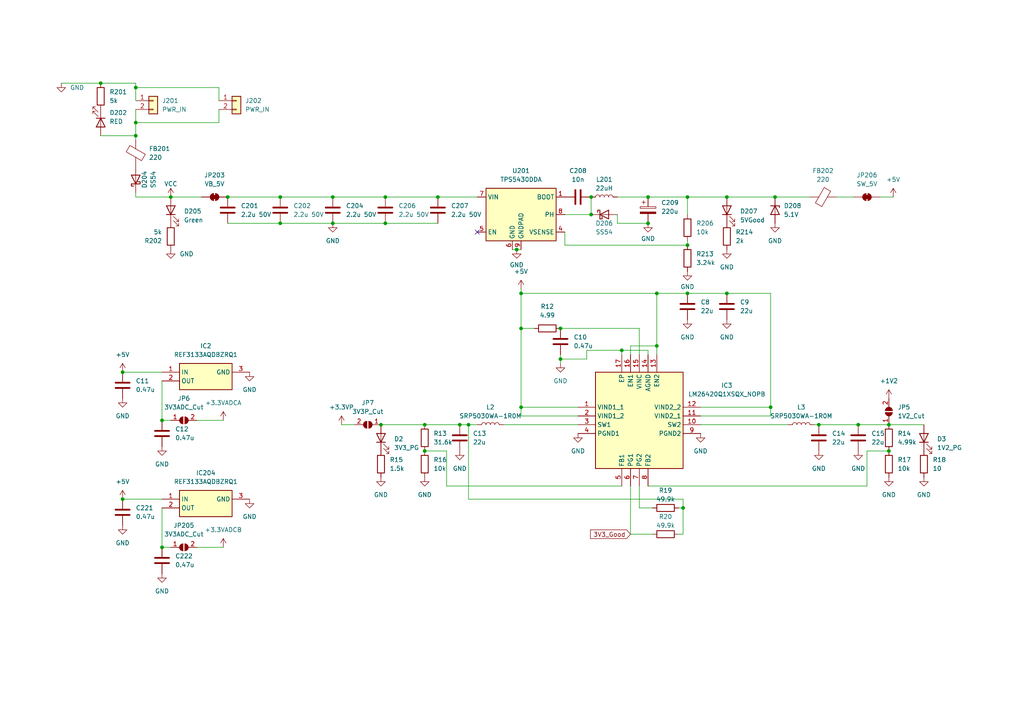
<source format=kicad_sch>
(kicad_sch (version 20231120) (generator "eeschema") (generator_version "8.0")
  (paper "A4")
  (lib_symbols
    (symbol "Connector_Generic:Conn_01x02" (pin_names (offset 1.016) hide)
      (property "Reference" "J" (at 0 2.54 0))
      (property "Value" "Conn_01x02" (at 0 -5.08 0))
      (symbol "Conn_01x02_1_1"
        (rectangle (start -1.27 -2.413) (end 0 -2.667) (stroke (width 0.1524)))
        (rectangle (start -1.27 0.127) (end 0 -0.127) (stroke (width 0.1524)))
        (rectangle (start -1.27 1.27) (end 1.27 -3.81) (stroke (width 0.254)) (fill (type background)))
        (pin passive line (at -5.08 0 0) (length 3.81) (name "Pin_1") (number "1"))
        (pin passive line (at -5.08 -2.54 0) (length 3.81) (name "Pin_2") (number "2"))
      )
    )
    (symbol "Device:C" (pin_numbers hide) (pin_names (offset 0.254))
      (property "Reference" "C" (at 0.635 2.54 0))
      (property "Value" "C" (at 0.635 -2.54 0))
      (symbol "C_0_1"
        (polyline (pts (xy -2.032 -0.762) (xy 2.032 -0.762)) (stroke (width 0.508)))
        (polyline (pts (xy -2.032 0.762) (xy 2.032 0.762)) (stroke (width 0.508)))
      )
      (symbol "C_1_1"
        (pin passive line (at 0 3.81 270) (length 2.794) (name "~") (number "1"))
        (pin passive line (at 0 -3.81 90) (length 2.794) (name "~") (number "2"))
      )
    )
    (symbol "Device:C_Polarized" (pin_numbers hide) (pin_names (offset 0.254))
      (property "Reference" "C" (at 0.635 2.54 0))
      (property "Value" "C_Polarized" (at 0.635 -2.54 0))
      (symbol "C_Polarized_0_1"
        (rectangle (start -2.286 0.508) (end 2.286 1.016))
        (polyline (pts (xy -1.778 2.286) (xy -0.762 2.286)))
        (polyline (pts (xy -1.27 2.794) (xy -1.27 1.778)))
        (rectangle (start 2.286 -0.508) (end -2.286 -1.016) (fill (type outline)))
      )
      (symbol "C_Polarized_1_1"
        (pin passive line (at 0 3.81 270) (length 2.794) (name "~") (number "1"))
        (pin passive line (at 0 -3.81 90) (length 2.794) (name "~") (number "2"))
      )
    )
    (symbol "Device:D_Schottky" (pin_numbers hide) (pin_names (offset 1.016) hide)
      (property "Reference" "D" (at 0 2.54 0))
      (property "Value" "D_Schottky" (at 0 -2.54 0))
      (symbol "D_Schottky_0_1"
        (polyline (pts (xy 1.27 0) (xy -1.27 0)))
        (polyline (pts (xy 1.27 1.27) (xy 1.27 -1.27) (xy -1.27 0) (xy 1.27 1.27)) (stroke (width 0.254)))
        (polyline (pts (xy -1.905 0.635) (xy -1.905 1.27) (xy -1.27 1.27) (xy -1.27 -1.27) (xy -0.635 -1.27) (xy -0.635 -0.635)) (stroke (width 0.254)))
      )
      (symbol "D_Schottky_1_1"
        (pin passive line (at -3.81 0 0) (length 2.54) (name "K") (number "1"))
        (pin passive line (at 3.81 0 180) (length 2.54) (name "A") (number "2"))
      )
    )
    (symbol "Device:D_Zener" (pin_numbers hide) (pin_names (offset 1.016) hide)
      (property "Reference" "D" (at 0 2.54 0))
      (property "Value" "D_Zener" (at 0 -2.54 0))
      (symbol "D_Zener_0_1"
        (polyline (pts (xy 1.27 0) (xy -1.27 0)))
        (polyline (pts (xy -1.27 -1.27) (xy -1.27 1.27) (xy -0.762 1.27)) (stroke (width 0.254)))
        (polyline (pts (xy 1.27 -1.27) (xy 1.27 1.27) (xy -1.27 0) (xy 1.27 -1.27)) (stroke (width 0.254)))
      )
      (symbol "D_Zener_1_1"
        (pin passive line (at -3.81 0 0) (length 2.54) (name "K") (number "1"))
        (pin passive line (at 3.81 0 180) (length 2.54) (name "A") (number "2"))
      )
    )
    (symbol "Device:FerriteBead" (pin_numbers hide) (pin_names (offset 0))
      (property "Reference" "FB" (at -3.81 0.635 90))
      (property "Value" "FerriteBead" (at 3.81 0 90))
      (symbol "FerriteBead_0_1"
        (polyline (pts (xy 0 -1.27) (xy 0 -1.2192)))
        (polyline (pts (xy 0 1.27) (xy 0 1.2954)))
        (polyline (pts (xy -2.7686 0.4064) (xy -1.7018 2.2606) (xy 2.7686 -0.3048) (xy 1.6764 -2.159) (xy -2.7686 0.4064)))
      )
      (symbol "FerriteBead_1_1"
        (pin passive line (at 0 3.81 270) (length 2.54) (name "~") (number "1"))
        (pin passive line (at 0 -3.81 90) (length 2.54) (name "~") (number "2"))
      )
    )
    (symbol "Device:L" (pin_numbers hide) (pin_names (offset 1.016) hide)
      (property "Reference" "L" (at -1.27 0 90))
      (property "Value" "L" (at 1.905 0 90))
      (symbol "L_0_1"
        (arc (start 0 -2.54) (mid 0.6323 -1.905) (end 0 -1.27))
        (arc (start 0 -1.27) (mid 0.6323 -0.635) (end 0 0))
        (arc (start 0 0) (mid 0.6323 0.635) (end 0 1.27))
        (arc (start 0 1.27) (mid 0.6323 1.905) (end 0 2.54))
      )
      (symbol "L_1_1"
        (pin passive line (at 0 3.81 270) (length 1.27) (name "1") (number "1"))
        (pin passive line (at 0 -3.81 90) (length 1.27) (name "2") (number "2"))
      )
    )
    (symbol "Device:LED" (pin_numbers hide) (pin_names (offset 1.016) hide)
      (property "Reference" "D" (at 0 2.54 0))
      (property "Value" "LED" (at 0 -2.54 0))
      (symbol "LED_0_1"
        (polyline (pts (xy -1.27 -1.27) (xy -1.27 1.27)) (stroke (width 0.254)))
        (polyline (pts (xy -1.27 0) (xy 1.27 0)))
        (polyline (pts (xy 1.27 -1.27) (xy 1.27 1.27) (xy -1.27 0) (xy 1.27 -1.27)) (stroke (width 0.254)))
        (polyline (pts (xy -3.048 -0.762) (xy -4.572 -2.286) (xy -3.81 -2.286) (xy -4.572 -2.286) (xy -4.572 -1.524)))
        (polyline (pts (xy -1.778 -0.762) (xy -3.302 -2.286) (xy -2.54 -2.286) (xy -3.302 -2.286) (xy -3.302 -1.524)))
      )
      (symbol "LED_1_1"
        (pin passive line (at -3.81 0 0) (length 2.54) (name "K") (number "1"))
        (pin passive line (at 3.81 0 180) (length 2.54) (name "A") (number "2"))
      )
    )
    (symbol "Device:R" (pin_numbers hide) (pin_names (offset 0))
      (property "Reference" "R" (at 2.032 0 90))
      (property "Value" "R" (at 0 0 90))
      (symbol "R_0_1"
        (rectangle (start -1.016 -2.54) (end 1.016 2.54) (stroke (width 0.254)))
      )
      (symbol "R_1_1"
        (pin passive line (at 0 3.81 270) (length 1.27) (name "~") (number "1"))
        (pin passive line (at 0 -3.81 90) (length 1.27) (name "~") (number "2"))
      )
    )
    (symbol "Jumper:SolderJumper_2_Bridged" (pin_numbers hide) (pin_names (offset 0) hide) (exclude_from_sim yes) (in_bom no)
      (property "Reference" "JP" (at 0 2.032 0))
      (property "Value" "SolderJumper_2_Bridged" (at 0 -2.54 0))
      (symbol "SolderJumper_2_Bridged_0_1"
        (rectangle (start -0.508 0.508) (end 0.508 -0.508) (fill (type outline)))
        (arc (start -0.254 1.016) (mid -1.2656 0) (end -0.254 -1.016))
        (arc (start -0.254 1.016) (mid -1.2656 0) (end -0.254 -1.016) (fill (type outline)))
        (polyline (pts (xy -0.254 1.016) (xy -0.254 -1.016)))
        (polyline (pts (xy 0.254 1.016) (xy 0.254 -1.016)))
        (arc (start 0.254 -1.016) (mid 1.2656 0) (end 0.254 1.016))
        (arc (start 0.254 -1.016) (mid 1.2656 0) (end 0.254 1.016) (fill (type outline)))
      )
      (symbol "SolderJumper_2_Bridged_1_1"
        (pin passive line (at -3.81 0 0) (length 2.54) (name "A") (number "1"))
        (pin passive line (at 3.81 0 180) (length 2.54) (name "B") (number "2"))
      )
    )
    (symbol "Jumper:SolderJumper_2_Open" (pin_names (offset 0) hide)
      (property "Reference" "JP" (at 0 2.032 0))
      (property "Value" "SolderJumper_2_Open" (at 0 -2.54 0))
      (symbol "SolderJumper_2_Open_0_1"
        (arc (start -0.254 1.016) (mid -1.2656 0) (end -0.254 -1.016))
        (arc (start -0.254 1.016) (mid -1.2656 0) (end -0.254 -1.016) (fill (type outline)))
        (polyline (pts (xy -0.254 1.016) (xy -0.254 -1.016)))
        (polyline (pts (xy 0.254 1.016) (xy 0.254 -1.016)))
        (arc (start 0.254 -1.016) (mid 1.2656 0) (end 0.254 1.016))
        (arc (start 0.254 -1.016) (mid 1.2656 0) (end 0.254 1.016) (fill (type outline)))
      )
      (symbol "SolderJumper_2_Open_1_1"
        (pin passive line (at -3.81 0 0) (length 2.54) (name "A") (number "1"))
        (pin passive line (at 3.81 0 180) (length 2.54) (name "B") (number "2"))
      )
    )
    (symbol "Regulator_Switching:TPS5430DDA"
      (property "Reference" "U" (at -10.16 8.89 0))
      (property "Value" "TPS5430DDA" (at -1.27 8.89 0))
      (symbol "TPS5430DDA_0_1"
        (rectangle (start -10.16 7.62) (end 10.16 -7.62) (stroke (width 0.254)) (fill (type background)))
      )
      (symbol "TPS5430DDA_1_1"
        (pin input line (at 12.7 5.08 180) (length 2.54) (name "BOOT") (number "1"))
        (pin no_connect line (at -10.16 2.54 0) (length 2.54) hide (name "NC") (number "2"))
        (pin no_connect line (at -10.16 -2.54 0) (length 2.54) hide (name "NC") (number "3"))
        (pin input line (at 12.7 -5.08 180) (length 2.54) (name "VSENSE") (number "4"))
        (pin input line (at -12.7 -5.08 0) (length 2.54) (name "EN") (number "5"))
        (pin power_in line (at -2.54 -10.16 90) (length 2.54) (name "GND") (number "6"))
        (pin power_in line (at -12.7 5.08 0) (length 2.54) (name "VIN") (number "7"))
        (pin output line (at 12.7 0 180) (length 2.54) (name "PH") (number "8"))
        (pin power_in line (at 0 -10.16 90) (length 2.54) (name "GNDPAD") (number "9"))
      )
    )
    (symbol "Samacsys_kicad_sym:LM26420Q1XSQX_NOPB"
      (property "Reference" "IC" (at 31.75 15.24 0))
      (property "Value" "LM26420Q1XSQX_NOPB" (at 31.75 12.7 0))
      (symbol "LM26420Q1XSQX_NOPB_1_1"
        (rectangle (start 5.08 10.16) (end 30.48 -17.78) (stroke (width 0.254)) (fill (type background)))
        (pin passive line (at 0 0 0) (length 5.08) (name "VIND1_1") (number "1"))
        (pin passive line (at 35.56 -5.08 180) (length 5.08) (name "SW2") (number "10"))
        (pin passive line (at 35.56 -2.54 180) (length 5.08) (name "VIND2_1") (number "11"))
        (pin passive line (at 35.56 0 180) (length 5.08) (name "VIND2_2") (number "12"))
        (pin passive line (at 22.86 15.24 270) (length 5.08) (name "EN2") (number "13"))
        (pin passive line (at 20.32 15.24 270) (length 5.08) (name "AGND") (number "14"))
        (pin passive line (at 17.78 15.24 270) (length 5.08) (name "VINC") (number "15"))
        (pin passive line (at 15.24 15.24 270) (length 5.08) (name "EN1") (number "16"))
        (pin passive line (at 12.7 15.24 270) (length 5.08) (name "EP") (number "17"))
        (pin passive line (at 0 -2.54 0) (length 5.08) (name "VIND1_2") (number "2"))
        (pin passive line (at 0 -5.08 0) (length 5.08) (name "SW1") (number "3"))
        (pin passive line (at 0 -7.62 0) (length 5.08) (name "PGND1") (number "4"))
        (pin passive line (at 12.7 -22.86 90) (length 5.08) (name "FB1") (number "5"))
        (pin passive line (at 15.24 -22.86 90) (length 5.08) (name "PG1") (number "6"))
        (pin passive line (at 17.78 -22.86 90) (length 5.08) (name "PG2") (number "7"))
        (pin passive line (at 20.32 -22.86 90) (length 5.08) (name "FB2") (number "8"))
        (pin passive line (at 35.56 -7.62 180) (length 5.08) (name "PGND2") (number "9"))
      )
    )
    (symbol "Samacsys_kicad_sym:REF3133AQDBZRQ1"
      (property "Reference" "IC" (at 21.59 7.62 0))
      (property "Value" "REF3133AQDBZRQ1" (at 21.59 5.08 0))
      (symbol "REF3133AQDBZRQ1_1_1"
        (rectangle (start 5.08 2.54) (end 20.32 -5.08) (stroke (width 0.254)) (fill (type background)))
        (pin passive line (at 0 0 0) (length 5.08) (name "IN") (number "1"))
        (pin passive line (at 0 -2.54 0) (length 5.08) (name "OUT") (number "2"))
        (pin passive line (at 25.4 0 180) (length 5.08) (name "GND") (number "3"))
      )
    )
    (symbol "power:+1V2" (power) (pin_names (offset 0))
      (property "Value" "+1V2" (at 0 3.556 0))
      (symbol "+1V2_0_1"
        (polyline (pts (xy -0.762 1.27) (xy 0 2.54)))
        (polyline (pts (xy 0 0) (xy 0 2.54)))
        (polyline (pts (xy 0 2.54) (xy 0.762 1.27)))
      )
      (symbol "+1V2_1_1"
        (pin power_in line (at 0 0 90) (length 0) hide (name "+1V2") (number "1"))
      )
    )
    (symbol "power:+3.3VADC" (power) (pin_names (offset 0))
      (property "Value" "+3.3VADC" (at 0 2.54 0))
      (symbol "+3.3VADC_0_0"
        (pin power_in line (at 0 0 90) (length 0) hide (name "+3.3VADC") (number "1"))
      )
      (symbol "+3.3VADC_0_1"
        (polyline (pts (xy -0.762 1.27) (xy 0 2.54)))
        (polyline (pts (xy 0 0) (xy 0 2.54)))
        (polyline (pts (xy 0 2.54) (xy 0.762 1.27)))
      )
    )
    (symbol "power:+3.3VP" (power) (pin_names (offset 0))
      (property "Value" "+3.3VP" (at 0 2.54 0))
      (symbol "+3.3VP_0_0"
        (pin power_in line (at 0 0 90) (length 0) hide (name "+3.3VP") (number "1"))
      )
      (symbol "+3.3VP_0_1"
        (polyline (pts (xy -0.762 1.27) (xy 0 2.54)))
        (polyline (pts (xy 0 0) (xy 0 2.54)))
        (polyline (pts (xy 0 2.54) (xy 0.762 1.27)))
      )
    )
    (symbol "power:+5V" (power) (pin_names (offset 0))
      (property "Value" "+5V" (at 0 3.556 0))
      (symbol "+5V_0_1"
        (polyline (pts (xy -0.762 1.27) (xy 0 2.54)))
        (polyline (pts (xy 0 0) (xy 0 2.54)))
        (polyline (pts (xy 0 2.54) (xy 0.762 1.27)))
      )
      (symbol "+5V_1_1"
        (pin power_in line (at 0 0 90) (length 0) hide (name "+5V") (number "1"))
      )
    )
    (symbol "power:GND" (power) (pin_names (offset 0))
      (property "Value" "GND" (at 0 -3.81 0))
      (symbol "GND_0_1"
        (polyline (pts (xy 0 0) (xy 0 -1.27) (xy 1.27 -1.27) (xy 0 -2.54) (xy -1.27 -1.27) (xy 0 -1.27)))
      )
      (symbol "GND_1_1"
        (pin power_in line (at 0 0 270) (length 0) hide (name "GND") (number "1"))
      )
    )
    (symbol "power:VCC" (power) (pin_numbers hide) (pin_names (offset 0) hide)
      (property "Value" "VCC" (at 0 3.556 0))
      (symbol "VCC_0_1"
        (polyline (pts (xy -0.762 1.27) (xy 0 2.54)))
        (polyline (pts (xy 0 0) (xy 0 2.54)))
        (polyline (pts (xy 0 2.54) (xy 0.762 1.27)))
      )
      (symbol "VCC_1_1"
        (pin power_in line (at 0 0 90) (length 0) (name "~") (number "1"))
      )
    )
  )
  (junction (at 127 57.15))
  (junction (at 35.56 144.78))
  (junction (at 96.52 64.77))
  (junction (at 46.99 121.92))
  (junction (at 248.92 123.19))
  (junction (at 187.96 64.77))
  (junction (at 162.56 95.25))
  (junction (at 237.49 123.19))
  (junction (at 151.13 95.25))
  (junction (at 29.21 24.13))
  (junction (at 210.82 85.09))
  (junction (at 257.81 130.81))
  (junction (at 135.89 123.19))
  (junction (at 257.81 123.19))
  (junction (at 210.82 57.15))
  (junction (at 110.49 123.19))
  (junction (at 190.5 100.33))
  (junction (at 151.13 85.09))
  (junction (at 180.34 101.6))
  (junction (at 187.96 57.15))
  (junction (at 198.12 147.32))
  (junction (at 162.56 104.14))
  (junction (at 224.79 57.15))
  (junction (at 81.28 64.77))
  (junction (at 39.37 39.37))
  (junction (at 190.5 85.09))
  (junction (at 46.99 158.75))
  (junction (at 35.56 107.95))
  (junction (at 151.13 118.11))
  (junction (at 199.39 57.15))
  (junction (at 171.45 62.23))
  (junction (at 223.52 118.11))
  (junction (at 96.52 57.15))
  (junction (at 133.35 123.19))
  (junction (at 171.45 57.15))
  (junction (at 123.19 130.81))
  (junction (at 199.39 71.12))
  (junction (at 149.86 72.39))
  (junction (at 39.37 35.56))
  (junction (at 81.28 57.15))
  (junction (at 123.19 123.19))
  (junction (at 49.53 57.15))
  (junction (at 199.39 85.09))
  (junction (at 111.76 57.15))
  (junction (at 111.76 64.77))
  (junction (at 39.37 25.4))
  (junction (at 66.04 57.15))
  (no_connect (at 138.43 67.31))
  (wire (pts (xy 234.95 57.15) (xy 224.79 57.15)))
  (wire (pts (xy 57.15 121.92) (xy 64.77 121.92)))
  (wire (pts (xy 223.52 118.11) (xy 203.2 118.11)))
  (wire (pts (xy 185.42 147.32) (xy 185.42 140.97)))
  (wire (pts (xy 237.49 123.19) (xy 248.92 123.19)))
  (wire (pts (xy 96.52 64.77) (xy 111.76 64.77)))
  (wire (pts (xy 189.23 147.32) (xy 185.42 147.32)))
  (wire (pts (xy 135.89 123.19) (xy 138.43 123.19)))
  (wire (pts (xy 179.07 64.77) (xy 187.96 64.77)))
  (wire (pts (xy 198.12 144.78) (xy 198.12 147.32)))
  (wire (pts (xy 180.34 101.6) (xy 180.34 102.87)))
  (wire (pts (xy 198.12 154.94) (xy 196.85 154.94)))
  (wire (pts (xy 163.83 71.12) (xy 199.39 71.12)))
  (wire (pts (xy 146.05 123.19) (xy 167.64 123.19)))
  (wire (pts (xy 257.81 123.19) (xy 267.97 123.19)))
  (wire (pts (xy 29.21 39.37) (xy 39.37 39.37)))
  (wire (pts (xy 162.56 104.14) (xy 162.56 102.87)))
  (wire (pts (xy 182.88 102.87) (xy 182.88 100.33)))
  (wire (pts (xy 111.76 64.77) (xy 127 64.77)))
  (wire (pts (xy 135.89 123.19) (xy 135.89 144.78)))
  (wire (pts (xy 151.13 118.11) (xy 167.64 118.11)))
  (wire (pts (xy 182.88 100.33) (xy 190.5 100.33)))
  (wire (pts (xy 236.22 123.19) (xy 237.49 123.19)))
  (wire (pts (xy 179.07 57.15) (xy 187.96 57.15)))
  (wire (pts (xy 163.83 62.23) (xy 171.45 62.23)))
  (wire (pts (xy 81.28 64.77) (xy 96.52 64.77)))
  (wire (pts (xy 210.82 85.09) (xy 223.52 85.09)))
  (wire (pts (xy 151.13 85.09) (xy 190.5 85.09)))
  (wire (pts (xy 210.82 57.15) (xy 224.79 57.15)))
  (wire (pts (xy 190.5 100.33) (xy 190.5 85.09)))
  (wire (pts (xy 96.52 57.15) (xy 111.76 57.15)))
  (wire (pts (xy 39.37 57.15) (xy 39.37 55.88)))
  (wire (pts (xy 63.5 35.56) (xy 63.5 31.75)))
  (wire (pts (xy 187.96 57.15) (xy 199.39 57.15)))
  (wire (pts (xy 99.06 123.19) (xy 102.87 123.19)))
  (wire (pts (xy 123.19 130.81) (xy 129.54 130.81)))
  (wire (pts (xy 203.2 120.65) (xy 223.52 120.65)))
  (wire (pts (xy 248.92 123.19) (xy 257.81 123.19)))
  (wire (pts (xy 190.5 85.09) (xy 199.39 85.09)))
  (wire (pts (xy 29.21 24.13) (xy 39.37 24.13)))
  (wire (pts (xy 148.59 72.39) (xy 149.86 72.39)))
  (wire (pts (xy 135.89 144.78) (xy 198.12 144.78)))
  (wire (pts (xy 162.56 95.25) (xy 185.42 95.25)))
  (wire (pts (xy 46.99 158.75) (xy 49.53 158.75)))
  (wire (pts (xy 123.19 123.19) (xy 133.35 123.19)))
  (wire (pts (xy 35.56 144.78) (xy 46.99 144.78)))
  (wire (pts (xy 199.39 85.09) (xy 210.82 85.09)))
  (wire (pts (xy 149.86 72.39) (xy 151.13 72.39)))
  (wire (pts (xy 203.2 123.19) (xy 228.6 123.19)))
  (wire (pts (xy 151.13 83.82) (xy 151.13 85.09)))
  (wire (pts (xy 39.37 40.64) (xy 39.37 39.37)))
  (wire (pts (xy 46.99 121.92) (xy 49.53 121.92)))
  (wire (pts (xy 171.45 62.23) (xy 171.45 57.15)))
  (wire (pts (xy 129.54 130.81) (xy 129.54 140.97)))
  (wire (pts (xy 162.56 105.41) (xy 162.56 104.14)))
  (wire (pts (xy 133.35 123.19) (xy 135.89 123.19)))
  (wire (pts (xy 127 57.15) (xy 138.43 57.15)))
  (wire (pts (xy 35.56 107.95) (xy 46.99 107.95)))
  (wire (pts (xy 190.5 100.33) (xy 190.5 102.87)))
  (wire (pts (xy 57.15 158.75) (xy 64.77 158.75)))
  (wire (pts (xy 170.18 101.6) (xy 170.18 104.14)))
  (wire (pts (xy 180.34 101.6) (xy 170.18 101.6)))
  (wire (pts (xy 46.99 110.49) (xy 46.99 121.92)))
  (wire (pts (xy 39.37 31.75) (xy 39.37 35.56)))
  (wire (pts (xy 198.12 147.32) (xy 198.12 154.94)))
  (wire (pts (xy 170.18 104.14) (xy 162.56 104.14)))
  (wire (pts (xy 66.04 64.77) (xy 81.28 64.77)))
  (wire (pts (xy 199.39 57.15) (xy 210.82 57.15)))
  (wire (pts (xy 81.28 57.15) (xy 96.52 57.15)))
  (wire (pts (xy 182.88 154.94) (xy 189.23 154.94)))
  (wire (pts (xy 151.13 95.25) (xy 154.94 95.25)))
  (wire (pts (xy 39.37 25.4) (xy 39.37 29.21)))
  (wire (pts (xy 259.08 57.15) (xy 255.27 57.15)))
  (wire (pts (xy 198.12 147.32) (xy 196.85 147.32)))
  (wire (pts (xy 179.07 62.23) (xy 179.07 64.77)))
  (wire (pts (xy 63.5 29.21) (xy 63.5 25.4)))
  (wire (pts (xy 151.13 95.25) (xy 151.13 118.11)))
  (wire (pts (xy 39.37 57.15) (xy 49.53 57.15)))
  (wire (pts (xy 66.04 57.15) (xy 81.28 57.15)))
  (wire (pts (xy 187.96 101.6) (xy 187.96 102.87)))
  (wire (pts (xy 39.37 24.13) (xy 39.37 25.4)))
  (wire (pts (xy 223.52 120.65) (xy 223.52 118.11)))
  (wire (pts (xy 167.64 120.65) (xy 151.13 120.65)))
  (wire (pts (xy 151.13 85.09) (xy 151.13 95.25)))
  (wire (pts (xy 185.42 95.25) (xy 185.42 102.87)))
  (wire (pts (xy 163.83 71.12) (xy 163.83 67.31)))
  (wire (pts (xy 257.81 130.81) (xy 251.46 130.81)))
  (wire (pts (xy 111.76 57.15) (xy 127 57.15)))
  (wire (pts (xy 182.88 140.97) (xy 182.88 154.94)))
  (wire (pts (xy 110.49 123.19) (xy 123.19 123.19)))
  (wire (pts (xy 39.37 35.56) (xy 63.5 35.56)))
  (wire (pts (xy 199.39 57.15) (xy 199.39 62.23)))
  (wire (pts (xy 58.42 57.15) (xy 49.53 57.15)))
  (wire (pts (xy 180.34 101.6) (xy 187.96 101.6)))
  (wire (pts (xy 251.46 140.97) (xy 187.96 140.97)))
  (wire (pts (xy 63.5 25.4) (xy 39.37 25.4)))
  (wire (pts (xy 46.99 147.32) (xy 46.99 158.75)))
  (wire (pts (xy 199.39 69.85) (xy 199.39 71.12)))
  (wire (pts (xy 39.37 39.37) (xy 39.37 35.56)))
  (wire (pts (xy 17.78 24.13) (xy 29.21 24.13)))
  (wire (pts (xy 151.13 120.65) (xy 151.13 118.11)))
  (wire (pts (xy 247.65 57.15) (xy 242.57 57.15)))
  (wire (pts (xy 223.52 85.09) (xy 223.52 118.11)))
  (wire (pts (xy 251.46 130.81) (xy 251.46 140.97)))
  (wire (pts (xy 129.54 140.97) (xy 180.34 140.97)))
  (global_label "3V3_Good" (shape input) (at 182.88 154.94 180) (property "Intersheetrefs" "${INTERSHEET_REFS}" (effects (hide yes))))
  (symbol (lib_id "Device:L") (at 232.41 123.19 90) (unit 1)
    (property "Reference" "L3" (at 232.41 118.11 90))
    (property "Value" "SRP5030WA-1R0M" (at 232.41 120.65 90))
    (property "Footprint" "Inductor_SMD:L_Bourns_SRP5030T" (effects (hide yes)))
    (property "Description" "Inductor" (effects (hide yes)))
    (instances (project "28379S_TestBoard" (path "" (reference "L3") (unit 1))) (project "InverterMainBoard" (path "" (reference "L203") (unit 1))))
  )
  (symbol (lib_id "power:GND") (at 149.86 72.39 0) (unit 1)
    (property "Reference" "#PWR0208" (effects (hide yes)))
    (property "Value" "GND" (at 149.86 76.8334 0))
  )
  (symbol (lib_id "Device:C_Polarized") (at 187.96 60.96 0) (unit 1)
    (property "Reference" "C209" (at 191.77 58.801 0) (effects (justify left)))
    (property "Value" "220u" (at 191.77 61.341 0) (effects (justify left)))
    (property "Footprint" "Capacitor_SMD:CP_Elec_8x10.5" (effects (hide yes)))
  )
  (symbol (lib_id "Device:LED") (at 210.82 60.96 90) (unit 1)
    (property "Reference" "D207" (at 214.63 61.2775 90) (effects (justify right)))
    (property "Value" "5VGood" (at 214.63 63.8175 90) (effects (justify right)))
    (property "Footprint" "LED_SMD:LED_0603_1608Metric" (effects (hide yes)))
  )
  (symbol (lib_id "Device:LED") (at 49.53 60.96 90) (unit 1)
    (property "Reference" "D205" (at 53.34 61.2774 90) (effects (justify right)))
    (property "Value" "Green" (at 53.34 63.8174 90) (effects (justify right)))
    (property "Footprint" "LED_SMD:LED_0603_1608Metric" (effects (hide yes)))
  )
  (symbol (lib_id "power:GND") (at 72.39 144.78 0) (unit 1)
    (property "Reference" "#PWR0243" (effects (hide yes)))
    (property "Value" "GND" (at 72.39 149.86 0))
    (property "Description" "Power symbol creates a global label with name \"GND\" , ground" (effects (hide yes)))
  )
  (symbol (lib_id "power:GND") (at 210.82 92.71 0) (unit 1)
    (property "Reference" "#PWR019" (effects (hide yes)))
    (property "Value" "GND" (at 210.82 97.79 0))
    (property "Description" "Power symbol creates a global label with name \"GND\" , ground" (effects (hide yes)))
    (instances (project "28379S_TestBoard" (path "" (reference "#PWR019") (unit 1))) (project "InverterMainBoard" (path "" (reference "#PWR0234") (unit 1))))
  )
  (symbol (lib_id "Device:FerriteBead") (at 238.76 57.15 90) (unit 1)
    (property "Reference" "FB202" (at 238.7092 49.53 90))
    (property "Value" "220" (at 238.7092 52.07 90))
    (property "Footprint" "Resistor_SMD:R_0603_1608Metric" (effects (hide yes)))
    (property "Description" "Ferrite bead" (effects (hide yes)))
  )
  (symbol (lib_id "Device:LED") (at 267.97 127 90) (unit 1)
    (property "Reference" "D3" (at 271.78 127.3174 90) (effects (justify right)))
    (property "Value" "1V2_PG" (at 271.78 129.8574 90) (effects (justify right)))
    (property "Footprint" "LED_SMD:LED_0603_1608Metric" (effects (hide yes)))
    (property "Description" "Light emitting diode" (effects (hide yes)))
    (instances (project "28379S_TestBoard" (path "" (reference "D3") (unit 1))) (project "InverterMainBoard" (path "" (reference "D203") (unit 1))))
  )
  (symbol (lib_id "power:GND") (at 35.56 152.4 0) (unit 1)
    (property "Reference" "#PWR0240" (effects (hide yes)))
    (property "Value" "GND" (at 35.56 157.48 0))
    (property "Description" "Power symbol creates a global label with name \"GND\" , ground" (effects (hide yes)))
  )
  (symbol (lib_id "Samacsys_kicad_sym:REF3133AQDBZRQ1") (at 46.99 107.95 0) (unit 1)
    (property "Reference" "IC2" (at 59.69 100.33 0))
    (property "Value" "REF3133AQDBZRQ1" (at 59.69 102.87 0))
    (property "Footprint" "Samacsys:SOT95P237X112-3N" (effects (hide yes)))
    (property "Datasheet" "http://www.ti.com/lit/gpn/ref31-q1" (effects (hide yes)))
    (property "Description" "Automotive 20-ppm/C (max), 100-A, 3-pin SOT-23 series voltage reference" (effects (hide yes)))
    (property "Height" "1.12" (effects (hide yes)))
    (property "Mouser Part Number" "595-REF3133AQDBZRQ1" (effects (hide yes)))
    (property "Mouser Price/Stock" "https://www.mouser.co.uk/ProductDetail/Texas-Instruments/REF3133AQDBZRQ1?qs=5aG0NVq1C4xdDpsSAlL3UA%3D%3D" (effects (hide yes)))
    (property "Manufacturer_Name" "Texas Instruments" (effects (hide yes)))
    (property "Manufacturer_Part_Number" "REF3133AQDBZRQ1" (effects (hide yes)))
    (instances (project "28379S_TestBoard" (path "" (reference "IC2") (unit 1))) (project "InverterMainBoard" (path "" (reference "IC201") (unit 1))))
  )
  (symbol (lib_id "power:GND") (at 49.53 72.39 0) (unit 1)
    (property "Reference" "#PWR0205" (effects (hide yes)))
    (property "Value" "GND" (at 52.07 73.6599 0) (effects (justify left)))
    (property "Description" "Power symbol creates a global label with name \"GND\" , ground" (effects (hide yes)))
  )
  (symbol (lib_id "power:GND") (at 167.64 125.73 0) (unit 1)
    (property "Reference" "#PWR027" (effects (hide yes)))
    (property "Value" "GND" (at 167.64 130.81 0))
    (property "Description" "Power symbol creates a global label with name \"GND\" , ground" (effects (hide yes)))
    (instances (project "28379S_TestBoard" (path "" (reference "#PWR027") (unit 1))) (project "InverterMainBoard" (path "" (reference "#PWR0229") (unit 1))))
  )
  (symbol (lib_id "Samacsys_kicad_sym:REF3133AQDBZRQ1") (at 46.99 144.78 0) (unit 1)
    (property "Reference" "IC204" (at 59.69 137.16 0))
    (property "Value" "REF3133AQDBZRQ1" (at 59.69 139.7 0))
    (property "Footprint" "Samacsys:SOT95P237X112-3N" (effects (hide yes)))
    (property "Datasheet" "http://www.ti.com/lit/gpn/ref31-q1" (effects (hide yes)))
    (property "Description" "Automotive 20-ppm/C (max), 100-A, 3-pin SOT-23 series voltage reference" (effects (hide yes)))
    (property "Height" "1.12" (effects (hide yes)))
    (property "Mouser Part Number" "595-REF3133AQDBZRQ1" (effects (hide yes)))
    (property "Mouser Price/Stock" "https://www.mouser.co.uk/ProductDetail/Texas-Instruments/REF3133AQDBZRQ1?qs=5aG0NVq1C4xdDpsSAlL3UA%3D%3D" (effects (hide yes)))
    (property "Manufacturer_Name" "Texas Instruments" (effects (hide yes)))
    (property "Manufacturer_Part_Number" "REF3133AQDBZRQ1" (effects (hide yes)))
  )
  (symbol (lib_id "Jumper:SolderJumper_2_Bridged") (at 251.46 57.15 0) (unit 1) (exclude_from_sim yes) (in_bom no)
    (property "Reference" "JP206" (at 251.46 50.8 0))
    (property "Value" "SW_5V" (at 251.46 53.34 0))
    (property "Footprint" "Jumper:SolderJumper-2_P1.3mm_Open_Pad1.0x1.5mm" (effects (hide yes)))
    (property "Description" "Solder Jumper, 2-pole, closed/bridged" (effects (hide yes)))
  )
  (symbol (lib_id "Device:C") (at 127 60.96 0) (unit 1)
    (property "Reference" "C207" (at 130.81 59.6899 0) (effects (justify left)))
    (property "Value" "2.2u 50V" (at 130.81 62.2299 0) (effects (justify left)))
    (property "Footprint" "Capacitor_SMD:C_0805_2012Metric" (effects (hide yes)))
  )
  (symbol (lib_id "power:GND") (at 248.92 130.81 0) (unit 1)
    (property "Reference" "#PWR032" (effects (hide yes)))
    (property "Value" "GND" (at 248.92 135.89 0))
    (property "Description" "Power symbol creates a global label with name \"GND\" , ground" (effects (hide yes)))
    (instances (project "28379S_TestBoard" (path "" (reference "#PWR032") (unit 1))) (project "InverterMainBoard" (path "" (reference "#PWR0236") (unit 1))))
  )
  (symbol (lib_id "power:+3.3VADC") (at 64.77 121.92 0) (unit 1)
    (property "Reference" "#PWR025" (effects (hide yes)))
    (property "Value" "+3.3VADCA" (at 64.77 116.84 0))
    (property "Description" "Power symbol creates a global label with name \"+3.3VADC\"" (effects (hide yes)))
    (instances (project "28379S_TestBoard" (path "" (reference "#PWR025") (unit 1))) (project "InverterMainBoard" (path "" (reference "#PWR0209") (unit 1))))
  )
  (symbol (lib_id "power:GND") (at 96.52 64.77 0) (unit 1)
    (property "Reference" "#PWR0206" (effects (hide yes)))
    (property "Value" "GND" (at 96.52 69.85 0))
  )
  (symbol (lib_id "Device:C") (at 35.56 111.76 0) (unit 1)
    (property "Reference" "C11" (at 39.37 110.4899 0) (effects (justify left)))
    (property "Value" "0.47u" (at 39.37 113.0299 0) (effects (justify left)))
    (property "Footprint" "Capacitor_SMD:C_0603_1608Metric" (effects (hide yes)))
    (property "Description" "Unpolarized capacitor" (effects (hide yes)))
    (instances (project "28379S_TestBoard" (path "" (reference "C11") (unit 1))) (project "InverterMainBoard" (path "" (reference "C203") (unit 1))))
  )
  (symbol (lib_id "Device:D_Schottky") (at 175.26 62.23 0) (unit 1)
    (property "Reference" "D206" (at 175.26 64.77 0))
    (property "Value" "SS54" (at 175.26 67.31 0))
    (property "Footprint" "Diode_SMD:D_SMA" (effects (hide yes)))
  )
  (symbol (lib_id "Device:C") (at 81.28 60.96 0) (unit 1)
    (property "Reference" "C202" (at 85.09 59.6899 0) (effects (justify left)))
    (property "Value" "2.2u 50V" (at 85.09 62.2299 0) (effects (justify left)))
    (property "Footprint" "Capacitor_SMD:C_0805_2012Metric" (effects (hide yes)))
  )
  (symbol (lib_id "Device:R") (at 193.04 147.32 90) (unit 1)
    (property "Reference" "R19" (at 193.04 142.24 90))
    (property "Value" "49.9k" (at 193.04 144.78 90))
    (property "Footprint" "Resistor_SMD:R_0603_1608Metric" (effects (hide yes)))
    (property "Description" "Resistor" (effects (hide yes)))
    (instances (project "28379S_TestBoard" (path "" (reference "R19") (unit 1))) (project "InverterMainBoard" (path "" (reference "R208") (unit 1))))
  )
  (symbol (lib_id "Jumper:SolderJumper_2_Open") (at 53.34 158.75 0) (unit 1)
    (property "Reference" "JP205" (at 53.34 152.4 0))
    (property "Value" "3V3ADC_Cut" (at 53.34 154.94 0))
    (property "Footprint" "Jumper:SolderJumper-2_P1.3mm_Bridged_Pad1.0x1.5mm" (effects (hide yes)))
    (property "Description" "Solder Jumper, 2-pole, open" (effects (hide yes)))
  )
  (symbol (lib_id "power:GND") (at 162.56 105.41 0) (unit 1)
    (property "Reference" "#PWR020" (effects (hide yes)))
    (property "Value" "GND" (at 162.56 110.49 0))
    (property "Description" "Power symbol creates a global label with name \"GND\" , ground" (effects (hide yes)))
    (instances (project "28379S_TestBoard" (path "" (reference "#PWR020") (unit 1))) (project "InverterMainBoard" (path "" (reference "#PWR0228") (unit 1))))
  )
  (symbol (lib_id "Samacsys_kicad_sym:LM26420Q1XSQX_NOPB") (at 167.64 118.11 0) (unit 1)
    (property "Reference" "IC3" (at 210.82 111.7914 0))
    (property "Value" "LM26420Q1XSQX_NOPB" (at 210.82 114.3314 0))
    (property "Footprint" "Samacsys:QFN65P400X400X80-17N" (effects (hide yes)))
    (property "Datasheet" "http://www.ti.com/lit/gpn/lm26420-q1" (effects (hide yes)))
    (property "Description" "Dual 2 A, automotive-qualified, high-efficiency synchronous DC/DC converter" (effects (hide yes)))
    (property "Height" "0.8" (effects (hide yes)))
    (property "Mouser Part Number" "595-LM26420Q1XSQXNPB" (effects (hide yes)))
    (property "Mouser Price/Stock" "https://www.mouser.co.uk/ProductDetail/Texas-Instruments/LM26420Q1XSQX-NOPB?qs=2k4gZbgf%2F9miVth2tm6WCg%3D%3D" (effects (hide yes)))
    (property "Manufacturer_Name" "Texas Instruments" (effects (hide yes)))
    (property "Manufacturer_Part_Number" "LM26420Q1XSQX/NOPB" (effects (hide yes)))
    (instances (project "28379S_TestBoard" (path "" (reference "IC3") (unit 1))) (project "InverterMainBoard" (path "" (reference "IC203") (unit 1))))
  )
  (symbol (lib_id "power:+3.3VP") (at 99.06 123.19 0) (unit 1)
    (property "Reference" "#PWR026" (effects (hide yes)))
    (property "Value" "+3.3VP" (at 99.06 118.11 0))
    (property "Description" "Power symbol creates a global label with name \"+3.3VP\"" (effects (hide yes)))
    (instances (project "28379S_TestBoard" (path "" (reference "#PWR026") (unit 1))) (project "InverterMainBoard" (path "" (reference "#PWR0212") (unit 1))))
  )
  (symbol (lib_id "Device:C") (at 167.64 57.15 90) (unit 1)
    (property "Reference" "C208" (at 167.64 49.53 90))
    (property "Value" "10n" (at 167.64 52.07 90))
    (property "Footprint" "Capacitor_SMD:C_0603_1608Metric" (effects (hide yes)))
  )
  (symbol (lib_id "power:VCC") (at 49.53 57.15 0) (unit 1)
    (property "Reference" "#PWR0204" (effects (hide yes)))
    (property "Value" "VCC" (at 49.53 53.34 0))
    (property "Description" "Power symbol creates a global label with name \"VCC\"" (effects (hide yes)))
  )
  (symbol (lib_id "power:GND") (at 46.99 129.54 0) (unit 1)
    (property "Reference" "#PWR029" (effects (hide yes)))
    (property "Value" "GND" (at 46.99 134.62 0))
    (property "Description" "Power symbol creates a global label with name \"GND\" , ground" (effects (hide yes)))
    (instances (project "28379S_TestBoard" (path "" (reference "#PWR029") (unit 1))) (project "InverterMainBoard" (path "" (reference "#PWR0207") (unit 1))))
  )
  (symbol (lib_id "Device:R") (at 158.75 95.25 90) (unit 1)
    (property "Reference" "R12" (at 158.75 88.9 90))
    (property "Value" "4.99" (at 158.75 91.44 90))
    (property "Footprint" "Resistor_SMD:R_0603_1608Metric" (effects (hide yes)))
    (property "Description" "Resistor" (effects (hide yes)))
    (instances (project "28379S_TestBoard" (path "" (reference "R12") (unit 1))) (project "InverterMainBoard" (path "" (reference "R207") (unit 1))))
  )
  (symbol (lib_id "Device:C") (at 162.56 99.06 0) (unit 1)
    (property "Reference" "C10" (at 166.37 97.7899 0) (effects (justify left)))
    (property "Value" "0.47u" (at 166.37 100.3299 0) (effects (justify left)))
    (property "Footprint" "Capacitor_SMD:C_0603_1608Metric" (effects (hide yes)))
    (property "Description" "Unpolarized capacitor" (effects (hide yes)))
    (instances (project "28379S_TestBoard" (path "" (reference "C10") (unit 1))) (project "InverterMainBoard" (path "" (reference "C216") (unit 1))))
  )
  (symbol (lib_id "power:+5V") (at 259.08 57.15 0) (unit 1)
    (property "Reference" "#PWR0218" (effects (hide yes)))
    (property "Value" "+5V" (at 259.08 52.07 0))
  )
  (symbol (lib_id "power:+3.3VADC") (at 64.77 158.75 0) (unit 1)
    (property "Reference" "#PWR0242" (effects (hide yes)))
    (property "Value" "+3.3VADCB" (at 64.77 153.67 0))
    (property "Description" "Power symbol creates a global label with name \"+3.3VADC\"" (effects (hide yes)))
  )
  (symbol (lib_id "Device:LED") (at 29.21 35.56 270) (unit 1)
    (property "Reference" "D202" (at 31.75 32.7024 90) (effects (justify left)))
    (property "Value" "RED" (at 31.75 35.2424 90) (effects (justify left)))
    (property "Footprint" "LED_SMD:LED_0603_1608Metric" (effects (hide yes)))
  )
  (symbol (lib_id "Device:D_Zener") (at 224.79 60.96 270) (unit 1)
    (property "Reference" "D208" (at 227.33 59.6899 90) (effects (justify left)))
    (property "Value" "5.1V" (at 227.33 62.2299 90) (effects (justify left)))
    (property "Footprint" "Diode_SMD:D_SOD-123" (effects (hide yes)))
    (property "Description" "Zener diode" (effects (hide yes)))
  )
  (symbol (lib_id "Device:C") (at 237.49 127 0) (unit 1)
    (property "Reference" "C14" (at 241.3 125.7299 0) (effects (justify left)))
    (property "Value" "22u" (at 241.3 128.2699 0) (effects (justify left)))
    (property "Footprint" "Capacitor_SMD:C_1206_3216Metric" (effects (hide yes)))
    (property "Description" "Unpolarized capacitor" (effects (hide yes)))
    (instances (project "28379S_TestBoard" (path "" (reference "C14") (unit 1))) (project "InverterMainBoard" (path "" (reference "C219") (unit 1))))
  )
  (symbol (lib_id "power:GND") (at 210.82 72.39 0) (unit 1)
    (property "Reference" "#PWR0215" (effects (hide yes)))
    (property "Value" "GND" (at 210.82 77.47 0))
  )
  (symbol (lib_id "Device:R") (at 123.19 134.62 180) (unit 1)
    (property "Reference" "R16" (at 125.73 133.3499 0) (effects (justify right)))
    (property "Value" "10k" (at 125.73 135.8899 0) (effects (justify right)))
    (property "Footprint" "Resistor_SMD:R_0603_1608Metric" (effects (hide yes)))
    (property "Description" "Resistor" (effects (hide yes)))
    (instances (project "28379S_TestBoard" (path "" (reference "R16") (unit 1))) (project "InverterMainBoard" (path "" (reference "R205") (unit 1))))
  )
  (symbol (lib_id "Device:R") (at 210.82 68.58 0) (unit 1)
    (property "Reference" "R214" (at 213.36 67.3099 0) (effects (justify left)))
    (property "Value" "2k" (at 213.36 69.8499 0) (effects (justify left)))
    (property "Footprint" "Resistor_SMD:R_0603_1608Metric" (effects (hide yes)))
  )
  (symbol (lib_id "Device:R") (at 49.53 68.58 0) (unit 1)
    (property "Reference" "R202" (at 46.99 69.8501 0) (effects (justify right)))
    (property "Value" "5k" (at 46.99 67.3101 0) (effects (justify right)))
    (property "Footprint" "Resistor_SMD:R_0603_1608Metric" (effects (hide yes)))
  )
  (symbol (lib_id "power:GND") (at 199.39 92.71 0) (unit 1)
    (property "Reference" "#PWR018" (effects (hide yes)))
    (property "Value" "GND" (at 199.39 97.79 0))
    (property "Description" "Power symbol creates a global label with name \"GND\" , ground" (effects (hide yes)))
    (instances (project "28379S_TestBoard" (path "" (reference "#PWR018") (unit 1))) (project "InverterMainBoard" (path "" (reference "#PWR0232") (unit 1))))
  )
  (symbol (lib_id "Regulator_Switching:TPS5430DDA") (at 151.13 62.23 0) (unit 1)
    (property "Reference" "U201" (at 151.13 49.53 0))
    (property "Value" "TPS5430DDA" (at 151.13 52.07 0))
    (property "Footprint" "Package_SO:TI_SO-PowerPAD-8_ThermalVias" (effects (hide yes)))
    (property "Datasheet" "http://www.ti.com/lit/ds/symlink/tps5430.pdf" (effects (hide yes)))
  )
  (symbol (lib_id "power:GND") (at 46.99 166.37 0) (unit 1)
    (property "Reference" "#PWR0241" (effects (hide yes)))
    (property "Value" "GND" (at 46.99 171.45 0))
    (property "Description" "Power symbol creates a global label with name \"GND\" , ground" (effects (hide yes)))
  )
  (symbol (lib_id "power:GND") (at 17.78 24.13 0) (unit 1)
    (property "Reference" "#PWR0201" (effects (hide yes)))
    (property "Value" "GND" (at 20.32 25.3999 0) (effects (justify left)))
    (property "Description" "Power symbol creates a global label with name \"GND\" , ground" (effects (hide yes)))
  )
  (symbol (lib_id "Device:C") (at 133.35 127 0) (unit 1)
    (property "Reference" "C13" (at 137.16 125.7299 0) (effects (justify left)))
    (property "Value" "22u" (at 137.16 128.2699 0) (effects (justify left)))
    (property "Footprint" "Capacitor_SMD:C_1206_3216Metric" (effects (hide yes)))
    (property "Description" "Unpolarized capacitor" (effects (hide yes)))
    (instances (project "28379S_TestBoard" (path "" (reference "C13") (unit 1))) (project "InverterMainBoard" (path "" (reference "C211") (unit 1))))
  )
  (symbol (lib_id "Device:R") (at 123.19 127 180) (unit 1)
    (property "Reference" "R13" (at 125.73 125.7299 0) (effects (justify right)))
    (property "Value" "31.6k" (at 125.73 128.2699 0) (effects (justify right)))
    (property "Footprint" "Resistor_SMD:R_0603_1608Metric" (effects (hide yes)))
    (property "Description" "Resistor" (effects (hide yes)))
    (instances (project "28379S_TestBoard" (path "" (reference "R13") (unit 1))) (project "InverterMainBoard" (path "" (reference "R204") (unit 1))))
  )
  (symbol (lib_id "Device:R") (at 257.81 134.62 180) (unit 1)
    (property "Reference" "R17" (at 260.35 133.3499 0) (effects (justify right)))
    (property "Value" "10k" (at 260.35 135.8899 0) (effects (justify right)))
    (property "Footprint" "Resistor_SMD:R_0603_1608Metric" (effects (hide yes)))
    (property "Description" "Resistor" (effects (hide yes)))
    (instances (project "28379S_TestBoard" (path "" (reference "R17") (unit 1))) (project "InverterMainBoard" (path "" (reference "R211") (unit 1))))
  )
  (symbol (lib_id "power:GND") (at 224.79 64.77 0) (unit 1)
    (property "Reference" "#PWR0216" (effects (hide yes)))
    (property "Value" "GND" (at 224.79 69.85 0))
  )
  (symbol (lib_id "Device:C") (at 46.99 125.73 0) (unit 1)
    (property "Reference" "C12" (at 50.8 124.4599 0) (effects (justify left)))
    (property "Value" "0.47u" (at 50.8 126.9999 0) (effects (justify left)))
    (property "Footprint" "Capacitor_SMD:C_0603_1608Metric" (effects (hide yes)))
    (property "Description" "Unpolarized capacitor" (effects (hide yes)))
    (instances (project "28379S_TestBoard" (path "" (reference "C12") (unit 1))) (project "InverterMainBoard" (path "" (reference "C205") (unit 1))))
  )
  (symbol (lib_id "Device:C") (at 248.92 127 0) (unit 1)
    (property "Reference" "C15" (at 252.73 125.7299 0) (effects (justify left)))
    (property "Value" "22u" (at 252.73 128.2699 0) (effects (justify left)))
    (property "Footprint" "Capacitor_SMD:C_1206_3216Metric" (effects (hide yes)))
    (property "Description" "Unpolarized capacitor" (effects (hide yes)))
    (instances (project "28379S_TestBoard" (path "" (reference "C15") (unit 1))) (project "InverterMainBoard" (path "" (reference "C220") (unit 1))))
  )
  (symbol (lib_id "Device:R") (at 193.04 154.94 90) (unit 1)
    (property "Reference" "R20" (at 193.04 149.86 90))
    (property "Value" "49.9k" (at 193.04 152.4 90))
    (property "Footprint" "Resistor_SMD:R_0603_1608Metric" (effects (hide yes)))
    (property "Description" "Resistor" (effects (hide yes)))
    (instances (project "28379S_TestBoard" (path "" (reference "R20") (unit 1))) (project "InverterMainBoard" (path "" (reference "R209") (unit 1))))
  )
  (symbol (lib_id "power:GND") (at 199.39 78.74 0) (unit 1)
    (property "Reference" "#PWR0213" (effects (hide yes)))
    (property "Value" "GND" (at 199.39 83.1834 0))
  )
  (symbol (lib_id "Device:D_Schottky") (at 39.37 52.07 90) (unit 1)
    (property "Reference" "D204" (at 41.91 52.07 0))
    (property "Value" "SS54" (at 44.45 52.07 0))
    (property "Footprint" "Diode_SMD:D_SMA" (effects (hide yes)))
  )
  (symbol (lib_id "power:GND") (at 110.49 138.43 0) (unit 1)
    (property "Reference" "#PWR033" (effects (hide yes)))
    (property "Value" "GND" (at 110.49 143.51 0))
    (property "Description" "Power symbol creates a global label with name \"GND\" , ground" (effects (hide yes)))
    (instances (project "28379S_TestBoard" (path "" (reference "#PWR033") (unit 1))) (project "InverterMainBoard" (path "" (reference "#PWR0214") (unit 1))))
  )
  (symbol (lib_id "power:GND") (at 72.39 107.95 0) (unit 1)
    (property "Reference" "#PWR022" (effects (hide yes)))
    (property "Value" "GND" (at 72.39 113.03 0))
    (property "Description" "Power symbol creates a global label with name \"GND\" , ground" (effects (hide yes)))
    (instances (project "28379S_TestBoard" (path "" (reference "#PWR022") (unit 1))) (project "InverterMainBoard" (path "" (reference "#PWR0210") (unit 1))))
  )
  (symbol (lib_id "power:GND") (at 257.81 138.43 0) (unit 1)
    (property "Reference" "#PWR035" (effects (hide yes)))
    (property "Value" "GND" (at 257.81 143.51 0))
    (property "Description" "Power symbol creates a global label with name \"GND\" , ground" (effects (hide yes)))
    (instances (project "28379S_TestBoard" (path "" (reference "#PWR035") (unit 1))) (project "InverterMainBoard" (path "" (reference "#PWR0238") (unit 1))))
  )
  (symbol (lib_id "Device:R") (at 199.39 74.93 180) (unit 1)
    (property "Reference" "R213" (at 201.93 73.6599 0) (effects (justify right)))
    (property "Value" "3.24k" (at 201.93 76.1999 0) (effects (justify right)))
    (property "Footprint" "Resistor_SMD:R_0603_1608Metric" (effects (hide yes)))
  )
  (symbol (lib_id "power:GND") (at 237.49 130.81 0) (unit 1)
    (property "Reference" "#PWR031" (effects (hide yes)))
    (property "Value" "GND" (at 237.49 135.89 0))
    (property "Description" "Power symbol creates a global label with name \"GND\" , ground" (effects (hide yes)))
    (instances (project "28379S_TestBoard" (path "" (reference "#PWR031") (unit 1))) (project "InverterMainBoard" (path "" (reference "#PWR0235") (unit 1))))
  )
  (symbol (lib_id "power:GND") (at 133.35 130.81 0) (unit 1)
    (property "Reference" "#PWR030" (effects (hide yes)))
    (property "Value" "GND" (at 133.35 135.89 0))
    (property "Description" "Power symbol creates a global label with name \"GND\" , ground" (effects (hide yes)))
    (instances (project "28379S_TestBoard" (path "" (reference "#PWR030") (unit 1))) (project "InverterMainBoard" (path "" (reference "#PWR0220") (unit 1))))
  )
  (symbol (lib_id "power:+5V") (at 35.56 144.78 0) (unit 1)
    (property "Reference" "#PWR0231" (effects (hide yes)))
    (property "Value" "+5V" (at 35.56 139.7 0))
    (property "Description" "Power symbol creates a global label with name \"+5V\"" (effects (hide yes)))
  )
  (symbol (lib_id "power:GND") (at 203.2 125.73 0) (unit 1)
    (property "Reference" "#PWR028" (effects (hide yes)))
    (property "Value" "GND" (at 203.2 130.81 0))
    (property "Description" "Power symbol creates a global label with name \"GND\" , ground" (effects (hide yes)))
    (instances (project "28379S_TestBoard" (path "" (reference "#PWR028") (unit 1))) (project "InverterMainBoard" (path "" (reference "#PWR0233") (unit 1))))
  )
  (symbol (lib_id "Device:R") (at 199.39 66.04 180) (unit 1)
    (property "Reference" "R206" (at 201.93 64.7699 0) (effects (justify right)))
    (property "Value" "10k" (at 201.93 67.3099 0) (effects (justify right)))
    (property "Footprint" "Resistor_SMD:R_0603_1608Metric" (effects (hide yes)))
  )
  (symbol (lib_id "Jumper:SolderJumper_2_Open") (at 257.81 119.38 90) (unit 1)
    (property "Reference" "JP5" (at 260.35 118.1099 90) (effects (justify right)))
    (property "Value" "1V2_Cut" (at 260.35 120.6499 90) (effects (justify right)))
    (property "Footprint" "Jumper:SolderJumper-2_P1.3mm_Bridged_Pad1.0x1.5mm" (effects (hide yes)))
    (property "Description" "Solder Jumper, 2-pole, open" (effects (hide yes)))
    (instances (project "28379S_TestBoard" (path "" (reference "JP5") (unit 1))) (project "InverterMainBoard" (path "" (reference "JP204") (unit 1))))
  )
  (symbol (lib_id "Device:FerriteBead") (at 39.37 44.45 0) (unit 1)
    (property "Reference" "FB201" (at 43.18 43.1291 0) (effects (justify left)))
    (property "Value" "220" (at 43.18 45.6691 0) (effects (justify left)))
    (property "Footprint" "Resistor_SMD:R_0603_1608Metric" (effects (hide yes)))
    (property "Description" "Ferrite bead" (effects (hide yes)))
  )
  (symbol (lib_id "Jumper:SolderJumper_2_Open") (at 53.34 121.92 0) (unit 1)
    (property "Reference" "JP6" (at 53.34 115.57 0))
    (property "Value" "3V3ADC_Cut" (at 53.34 118.11 0))
    (property "Footprint" "Jumper:SolderJumper-2_P1.3mm_Bridged_Pad1.0x1.5mm" (effects (hide yes)))
    (property "Description" "Solder Jumper, 2-pole, open" (effects (hide yes)))
    (instances (project "28379S_TestBoard" (path "" (reference "JP6") (unit 1))) (project "InverterMainBoard" (path "" (reference "JP201") (unit 1))))
  )
  (symbol (lib_id "Device:C") (at 210.82 88.9 0) (unit 1)
    (property "Reference" "C9" (at 214.63 87.6299 0) (effects (justify left)))
    (property "Value" "22u" (at 214.63 90.1699 0) (effects (justify left)))
    (property "Footprint" "Capacitor_SMD:C_1206_3216Metric" (effects (hide yes)))
    (property "Description" "Unpolarized capacitor" (effects (hide yes)))
    (instances (project "28379S_TestBoard" (path "" (reference "C9") (unit 1))) (project "InverterMainBoard" (path "" (reference "C218") (unit 1))))
  )
  (symbol (lib_id "power:+5V") (at 35.56 107.95 0) (unit 1)
    (property "Reference" "#PWR021" (effects (hide yes)))
    (property "Value" "+5V" (at 35.56 102.87 0))
    (property "Description" "Power symbol creates a global label with name \"+5V\"" (effects (hide yes)))
    (instances (project "28379S_TestBoard" (path "" (reference "#PWR021") (unit 1))) (project "InverterMainBoard" (path "" (reference "#PWR0202") (unit 1))))
  )
  (symbol (lib_id "Device:L") (at 142.24 123.19 90) (unit 1)
    (property "Reference" "L2" (at 142.24 118.11 90))
    (property "Value" "SRP5030WA-1R0M" (at 142.24 120.65 90))
    (property "Footprint" "Inductor_SMD:L_Bourns_SRP5030T" (effects (hide yes)))
    (property "Description" "Inductor" (effects (hide yes)))
    (instances (project "28379S_TestBoard" (path "" (reference "L2") (unit 1))) (project "InverterMainBoard" (path "" (reference "L202") (unit 1))))
  )
  (symbol (lib_id "power:+1V2") (at 257.81 115.57 0) (unit 1)
    (property "Reference" "#PWR024" (effects (hide yes)))
    (property "Value" "+1V2" (at 257.81 110.49 0))
    (property "Description" "Power symbol creates a global label with name \"+1V2\"" (effects (hide yes)))
    (instances (project "28379S_TestBoard" (path "" (reference "#PWR024") (unit 1))) (project "InverterMainBoard" (path "" (reference "#PWR0237") (unit 1))))
  )
  (symbol (lib_id "Jumper:SolderJumper_2_Open") (at 106.68 123.19 180) (unit 1)
    (property "Reference" "JP7" (at 106.68 116.84 0))
    (property "Value" "3V3P_Cut" (at 106.68 119.38 0))
    (property "Footprint" "Jumper:SolderJumper-2_P1.3mm_Bridged_Pad1.0x1.5mm" (effects (hide yes)))
    (property "Description" "Solder Jumper, 2-pole, open" (effects (hide yes)))
    (instances (project "28379S_TestBoard" (path "" (reference "JP7") (unit 1))) (project "InverterMainBoard" (path "" (reference "JP202") (unit 1))))
  )
  (symbol (lib_id "Connector_Generic:Conn_01x02") (at 68.58 29.21 0) (unit 1)
    (property "Reference" "J202" (at 71.12 29.2099 0) (effects (justify left)))
    (property "Value" "PWR_IN" (at 71.12 31.7499 0) (effects (justify left)))
    (property "Footprint" "Connector_JST:JST_XH_B2B-XH-A_1x02_P2.50mm_Vertical" (effects (hide yes)))
    (property "Description" "Generic connector, single row, 01x02, script generated (kicad-library-utils/schlib/autogen/connector/)" (effects (hide yes)))
  )
  (symbol (lib_id "Device:C") (at 35.56 148.59 0) (unit 1)
    (property "Reference" "C221" (at 39.37 147.3199 0) (effects (justify left)))
    (property "Value" "0.47u" (at 39.37 149.8599 0) (effects (justify left)))
    (property "Footprint" "Capacitor_SMD:C_0603_1608Metric" (effects (hide yes)))
    (property "Description" "Unpolarized capacitor" (effects (hide yes)))
  )
  (symbol (lib_id "power:GND") (at 267.97 138.43 0) (unit 1)
    (property "Reference" "#PWR036" (effects (hide yes)))
    (property "Value" "GND" (at 267.97 143.51 0))
    (property "Description" "Power symbol creates a global label with name \"GND\" , ground" (effects (hide yes)))
    (instances (project "28379S_TestBoard" (path "" (reference "#PWR036") (unit 1))) (project "InverterMainBoard" (path "" (reference "#PWR0239") (unit 1))))
  )
  (symbol (lib_id "power:+5V") (at 151.13 83.82 0) (unit 1)
    (property "Reference" "#PWR017" (effects (hide yes)))
    (property "Value" "+5V" (at 151.13 78.74 0))
    (property "Description" "Power symbol creates a global label with name \"+5V\"" (effects (hide yes)))
    (instances (project "28379S_TestBoard" (path "" (reference "#PWR017") (unit 1))) (project "InverterMainBoard" (path "" (reference "#PWR0226") (unit 1))))
  )
  (symbol (lib_id "power:GND") (at 123.19 138.43 0) (unit 1)
    (property "Reference" "#PWR034" (effects (hide yes)))
    (property "Value" "GND" (at 123.19 143.51 0))
    (property "Description" "Power symbol creates a global label with name \"GND\" , ground" (effects (hide yes)))
    (instances (project "28379S_TestBoard" (path "" (reference "#PWR034") (unit 1))) (project "InverterMainBoard" (path "" (reference "#PWR0217") (unit 1))))
  )
  (symbol (lib_id "Device:L") (at 175.26 57.15 90) (unit 1)
    (property "Reference" "L201" (at 175.26 52.07 90))
    (property "Value" "22uH" (at 175.26 54.61 90))
    (property "Footprint" "Inductor_SMD:L_Bourns_SRR1260" (effects (hide yes)))
  )
  (symbol (lib_id "Device:C") (at 111.76 60.96 0) (unit 1)
    (property "Reference" "C206" (at 115.57 59.6899 0) (effects (justify left)))
    (property "Value" "2.2u 50V" (at 115.57 62.2299 0) (effects (justify left)))
    (property "Footprint" "Capacitor_SMD:C_0805_2012Metric" (effects (hide yes)))
  )
  (symbol (lib_id "power:GND") (at 187.96 64.77 0) (unit 1)
    (property "Reference" "#PWR0211" (effects (hide yes)))
    (property "Value" "GND" (at 187.96 69.2134 0))
  )
  (symbol (lib_id "power:GND") (at 35.56 115.57 0) (unit 1)
    (property "Reference" "#PWR023" (effects (hide yes)))
    (property "Value" "GND" (at 35.56 120.65 0))
    (property "Description" "Power symbol creates a global label with name \"GND\" , ground" (effects (hide yes)))
    (instances (project "28379S_TestBoard" (path "" (reference "#PWR023") (unit 1))) (project "InverterMainBoard" (path "" (reference "#PWR0203") (unit 1))))
  )
  (symbol (lib_id "Connector_Generic:Conn_01x02") (at 44.45 29.21 0) (unit 1)
    (property "Reference" "J201" (at 46.99 29.2099 0) (effects (justify left)))
    (property "Value" "PWR_IN" (at 46.99 31.7499 0) (effects (justify left)))
    (property "Footprint" "Connector_JST:JST_XH_B2B-XH-A_1x02_P2.50mm_Vertical" (effects (hide yes)))
    (property "Description" "Generic connector, single row, 01x02, script generated (kicad-library-utils/schlib/autogen/connector/)" (effects (hide yes)))
  )
  (symbol (lib_id "Device:LED") (at 110.49 127 90) (unit 1)
    (property "Reference" "D2" (at 114.3 127.3174 90) (effects (justify right)))
    (property "Value" "3V3_PG" (at 114.3 129.8574 90) (effects (justify right)))
    (property "Footprint" "LED_SMD:LED_0603_1608Metric" (effects (hide yes)))
    (property "Description" "Light emitting diode" (effects (hide yes)))
    (instances (project "28379S_TestBoard" (path "" (reference "D2") (unit 1))) (project "InverterMainBoard" (path "" (reference "D201") (unit 1))))
  )
  (symbol (lib_id "Jumper:SolderJumper_2_Bridged") (at 62.23 57.15 0) (unit 1) (exclude_from_sim yes) (in_bom no)
    (property "Reference" "JP203" (at 62.23 50.8 0))
    (property "Value" "VB_5V" (at 62.23 53.34 0))
    (property "Footprint" "Jumper:SolderJumper-2_P1.3mm_Open_Pad1.0x1.5mm" (effects (hide yes)))
    (property "Description" "Solder Jumper, 2-pole, closed/bridged" (effects (hide yes)))
  )
  (symbol (lib_id "Device:R") (at 257.81 127 180) (unit 1)
    (property "Reference" "R14" (at 260.35 125.7299 0) (effects (justify right)))
    (property "Value" "4.99k" (at 260.35 128.2699 0) (effects (justify right)))
    (property "Footprint" "Resistor_SMD:R_0603_1608Metric" (effects (hide yes)))
    (property "Description" "Resistor" (effects (hide yes)))
    (instances (project "28379S_TestBoard" (path "" (reference "R14") (unit 1))) (project "InverterMainBoard" (path "" (reference "R210") (unit 1))))
  )
  (symbol (lib_id "Device:C") (at 199.39 88.9 0) (unit 1)
    (property "Reference" "C8" (at 203.2 87.6299 0) (effects (justify left)))
    (property "Value" "22u" (at 203.2 90.1699 0) (effects (justify left)))
    (property "Footprint" "Capacitor_SMD:C_1206_3216Metric" (effects (hide yes)))
    (property "Description" "Unpolarized capacitor" (effects (hide yes)))
    (instances (project "28379S_TestBoard" (path "" (reference "C8") (unit 1))) (project "InverterMainBoard" (path "" (reference "C217") (unit 1))))
  )
  (symbol (lib_id "Device:R") (at 29.21 27.94 180) (unit 1)
    (property "Reference" "R201" (at 31.75 26.6699 0) (effects (justify right)))
    (property "Value" "5k" (at 31.75 29.2099 0) (effects (justify right)))
    (property "Footprint" "Resistor_SMD:R_0603_1608Metric" (effects (hide yes)))
  )
  (symbol (lib_id "Device:C") (at 66.04 60.96 0) (unit 1)
    (property "Reference" "C201" (at 69.85 59.6899 0) (effects (justify left)))
    (property "Value" "2.2u 50V" (at 69.85 62.2299 0) (effects (justify left)))
    (property "Footprint" "Capacitor_SMD:C_0805_2012Metric" (effects (hide yes)))
  )
  (symbol (lib_id "Device:C") (at 96.52 60.96 0) (unit 1)
    (property "Reference" "C204" (at 100.33 59.6899 0) (effects (justify left)))
    (property "Value" "2.2u 50V" (at 100.33 62.2299 0) (effects (justify left)))
    (property "Footprint" "Capacitor_SMD:C_0805_2012Metric" (effects (hide yes)))
  )
  (symbol (lib_id "Device:R") (at 110.49 134.62 180) (unit 1)
    (property "Reference" "R15" (at 113.03 133.3499 0) (effects (justify right)))
    (property "Value" "1.5k" (at 113.03 135.8899 0) (effects (justify right)))
    (property "Footprint" "Resistor_SMD:R_0603_1608Metric" (effects (hide yes)))
    (property "Description" "Resistor" (effects (hide yes)))
    (instances (project "28379S_TestBoard" (path "" (reference "R15") (unit 1))) (project "InverterMainBoard" (path "" (reference "R203") (unit 1))))
  )
  (symbol (lib_id "Device:R") (at 267.97 134.62 180) (unit 1)
    (property "Reference" "R18" (at 270.51 133.3499 0) (effects (justify right)))
    (property "Value" "10" (at 270.51 135.8899 0) (effects (justify right)))
    (property "Footprint" "Resistor_SMD:R_0603_1608Metric" (effects (hide yes)))
    (property "Description" "Resistor" (effects (hide yes)))
    (instances (project "28379S_TestBoard" (path "" (reference "R18") (unit 1))) (project "InverterMainBoard" (path "" (reference "R212") (unit 1))))
  )
  (symbol (lib_id "Device:C") (at 46.99 162.56 0) (unit 1)
    (property "Reference" "C222" (at 50.8 161.2899 0) (effects (justify left)))
    (property "Value" "0.47u" (at 50.8 163.8299 0) (effects (justify left)))
    (property "Footprint" "Capacitor_SMD:C_0603_1608Metric" (effects (hide yes)))
    (property "Description" "Unpolarized capacitor" (effects (hide yes)))
  )
)
</source>
